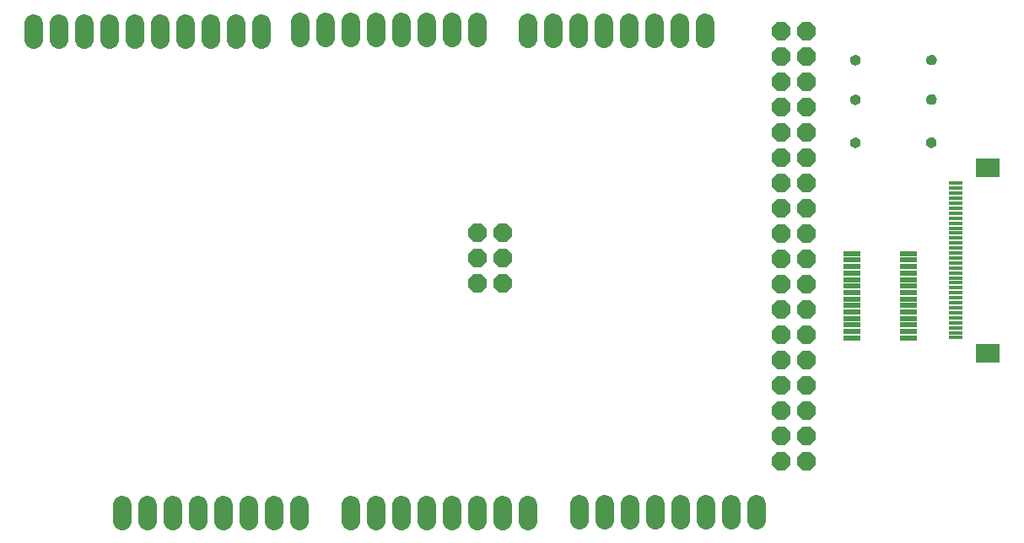
<source format=gts>
G75*
%MOIN*%
%OFA0B0*%
%FSLAX25Y25*%
%IPPOS*%
%LPD*%
%AMOC8*
5,1,8,0,0,1.08239X$1,22.5*
%
%ADD10C,0.07200*%
%ADD11OC8,0.07200*%
%ADD12R,0.05512X0.01575*%
%ADD13R,0.09252X0.07480*%
%ADD14R,0.06600X0.02200*%
%ADD15C,0.00500*%
D10*
X0050689Y0007786D02*
X0050689Y0014186D01*
X0060689Y0014186D02*
X0060689Y0007786D01*
X0070689Y0007786D02*
X0070689Y0014186D01*
X0080689Y0014186D02*
X0080689Y0007786D01*
X0090689Y0007786D02*
X0090689Y0014186D01*
X0100689Y0014186D02*
X0100689Y0007786D01*
X0110689Y0007786D02*
X0110689Y0014186D01*
X0120689Y0014186D02*
X0120689Y0007786D01*
X0141013Y0007786D02*
X0141013Y0014186D01*
X0151013Y0014186D02*
X0151013Y0007786D01*
X0161013Y0007786D02*
X0161013Y0014186D01*
X0171013Y0014186D02*
X0171013Y0007786D01*
X0181013Y0007786D02*
X0181013Y0014186D01*
X0191013Y0014186D02*
X0191013Y0007786D01*
X0201013Y0007786D02*
X0201013Y0014186D01*
X0211013Y0014186D02*
X0211013Y0007786D01*
X0231337Y0008119D02*
X0231337Y0014519D01*
X0241337Y0014519D02*
X0241337Y0008119D01*
X0251337Y0008119D02*
X0251337Y0014519D01*
X0261337Y0014519D02*
X0261337Y0008119D01*
X0271337Y0008119D02*
X0271337Y0014519D01*
X0281337Y0014519D02*
X0281337Y0008119D01*
X0291337Y0008119D02*
X0291337Y0014519D01*
X0301337Y0014519D02*
X0301337Y0008119D01*
X0281006Y0198434D02*
X0281006Y0204834D01*
X0271006Y0204834D02*
X0271006Y0198434D01*
X0261006Y0198434D02*
X0261006Y0204834D01*
X0251006Y0204834D02*
X0251006Y0198434D01*
X0241006Y0198434D02*
X0241006Y0204834D01*
X0231006Y0204834D02*
X0231006Y0198434D01*
X0221006Y0198434D02*
X0221006Y0204834D01*
X0211006Y0204834D02*
X0211006Y0198434D01*
X0191015Y0198767D02*
X0191015Y0205167D01*
X0181015Y0205167D02*
X0181015Y0198767D01*
X0171015Y0198767D02*
X0171015Y0205167D01*
X0161015Y0205167D02*
X0161015Y0198767D01*
X0151015Y0198767D02*
X0151015Y0205167D01*
X0141015Y0205167D02*
X0141015Y0198767D01*
X0131015Y0198767D02*
X0131015Y0205167D01*
X0121015Y0205167D02*
X0121015Y0198767D01*
X0105691Y0198100D02*
X0105691Y0204500D01*
X0095691Y0204500D02*
X0095691Y0198100D01*
X0085691Y0198100D02*
X0085691Y0204500D01*
X0075691Y0204500D02*
X0075691Y0198100D01*
X0065691Y0198100D02*
X0065691Y0204500D01*
X0055691Y0204500D02*
X0055691Y0198100D01*
X0045691Y0198100D02*
X0045691Y0204500D01*
X0035691Y0204500D02*
X0035691Y0198100D01*
X0025691Y0198100D02*
X0025691Y0204500D01*
X0015691Y0204500D02*
X0015691Y0198100D01*
D11*
X0191011Y0121643D03*
X0201011Y0121643D03*
X0201011Y0111643D03*
X0191011Y0111643D03*
X0191011Y0101643D03*
X0201011Y0101643D03*
X0311200Y0101439D03*
X0321200Y0101439D03*
X0321200Y0091439D03*
X0311200Y0091439D03*
X0311200Y0081439D03*
X0321200Y0081439D03*
X0321200Y0071439D03*
X0311200Y0071439D03*
X0311200Y0061439D03*
X0321200Y0061439D03*
X0321200Y0051439D03*
X0311200Y0051439D03*
X0311200Y0041439D03*
X0321200Y0041439D03*
X0321200Y0031439D03*
X0311200Y0031439D03*
X0311200Y0111439D03*
X0321200Y0111439D03*
X0321200Y0121439D03*
X0311200Y0121439D03*
X0311200Y0131439D03*
X0321200Y0131439D03*
X0321200Y0141439D03*
X0311200Y0141439D03*
X0311200Y0151439D03*
X0321200Y0151439D03*
X0321200Y0161439D03*
X0311200Y0161439D03*
X0311200Y0171439D03*
X0321200Y0171439D03*
X0321200Y0181439D03*
X0311200Y0181439D03*
X0311200Y0191439D03*
X0321200Y0191439D03*
X0321200Y0201439D03*
X0311200Y0201439D03*
D12*
X0380012Y0141280D03*
X0380012Y0139311D03*
X0380012Y0137343D03*
X0380012Y0135374D03*
X0380012Y0133406D03*
X0380012Y0131437D03*
X0380012Y0129469D03*
X0380012Y0127500D03*
X0380012Y0125531D03*
X0380012Y0123563D03*
X0380012Y0121594D03*
X0380012Y0119626D03*
X0380012Y0117657D03*
X0380012Y0115689D03*
X0380012Y0113720D03*
X0380012Y0111752D03*
X0380012Y0109783D03*
X0380012Y0107815D03*
X0380012Y0105846D03*
X0380012Y0103878D03*
X0380012Y0101909D03*
X0380012Y0099941D03*
X0380012Y0097972D03*
X0380012Y0096004D03*
X0380012Y0094035D03*
X0380012Y0092067D03*
X0380012Y0090098D03*
X0380012Y0088130D03*
X0380012Y0086161D03*
X0380012Y0084193D03*
X0380012Y0082224D03*
X0380012Y0080256D03*
D13*
X0392807Y0074154D03*
X0392807Y0147382D03*
D14*
X0361340Y0113415D03*
X0361340Y0110915D03*
X0361340Y0108315D03*
X0361340Y0105815D03*
X0361340Y0103215D03*
X0361340Y0100615D03*
X0361340Y0098115D03*
X0361340Y0095515D03*
X0361340Y0093015D03*
X0361340Y0090415D03*
X0361340Y0087815D03*
X0361340Y0085315D03*
X0361340Y0082715D03*
X0361340Y0080215D03*
X0339140Y0080215D03*
X0339140Y0082715D03*
X0339140Y0085315D03*
X0339140Y0087815D03*
X0339140Y0090415D03*
X0339140Y0093015D03*
X0339140Y0095515D03*
X0339140Y0098115D03*
X0339140Y0100615D03*
X0339140Y0103215D03*
X0339140Y0105815D03*
X0339140Y0108315D03*
X0339140Y0110915D03*
X0339140Y0113415D03*
D15*
X0340462Y0155537D02*
X0340069Y0155588D01*
X0339697Y0155725D01*
X0339365Y0155942D01*
X0339090Y0156227D01*
X0338885Y0156566D01*
X0338760Y0156942D01*
X0338722Y0157337D01*
X0338769Y0157720D01*
X0338900Y0158084D01*
X0339108Y0158409D01*
X0339383Y0158680D01*
X0339712Y0158882D01*
X0340078Y0159007D01*
X0340462Y0159047D01*
X0340844Y0159013D01*
X0341208Y0158895D01*
X0341537Y0158699D01*
X0341814Y0158434D01*
X0342026Y0158115D01*
X0342160Y0157756D01*
X0342212Y0157377D01*
X0342177Y0156976D01*
X0342054Y0156594D01*
X0341849Y0156248D01*
X0341572Y0155957D01*
X0341237Y0155734D01*
X0340860Y0155592D01*
X0340462Y0155537D01*
X0340484Y0155540D02*
X0340439Y0155540D01*
X0339272Y0156039D02*
X0341649Y0156039D01*
X0342020Y0156537D02*
X0338902Y0156537D01*
X0338751Y0157036D02*
X0342182Y0157036D01*
X0342191Y0157534D02*
X0338746Y0157534D01*
X0338881Y0158033D02*
X0342057Y0158033D01*
X0341713Y0158531D02*
X0339232Y0158531D01*
X0340296Y0159030D02*
X0340656Y0159030D01*
X0340524Y0172561D02*
X0340908Y0172601D01*
X0341274Y0172725D01*
X0341602Y0172928D01*
X0341878Y0173199D01*
X0342086Y0173524D01*
X0342217Y0173888D01*
X0342263Y0174271D01*
X0342226Y0174666D01*
X0342101Y0175042D01*
X0341896Y0175381D01*
X0341620Y0175666D01*
X0341288Y0175883D01*
X0340917Y0176020D01*
X0340524Y0176071D01*
X0340125Y0176016D01*
X0339749Y0175874D01*
X0339414Y0175651D01*
X0339137Y0175360D01*
X0338932Y0175014D01*
X0338809Y0174632D01*
X0338774Y0174231D01*
X0338825Y0173852D01*
X0338960Y0173493D01*
X0339172Y0173174D01*
X0339449Y0172909D01*
X0339778Y0172713D01*
X0340142Y0172595D01*
X0340524Y0172561D01*
X0341663Y0172988D02*
X0339366Y0172988D01*
X0338965Y0173486D02*
X0342062Y0173486D01*
X0342229Y0173985D02*
X0338807Y0173985D01*
X0338796Y0174483D02*
X0342243Y0174483D01*
X0342121Y0174982D02*
X0338921Y0174982D01*
X0339252Y0175480D02*
X0341800Y0175480D01*
X0341027Y0175979D02*
X0340028Y0175979D01*
X0340539Y0188215D02*
X0340924Y0188254D01*
X0341289Y0188379D01*
X0341618Y0188582D01*
X0341894Y0188852D01*
X0342102Y0189178D01*
X0342233Y0189541D01*
X0342279Y0189925D01*
X0342241Y0190319D01*
X0342117Y0190696D01*
X0341912Y0191035D01*
X0341636Y0191320D01*
X0341304Y0191536D01*
X0340932Y0191673D01*
X0340539Y0191724D01*
X0340141Y0191669D01*
X0339765Y0191527D01*
X0339430Y0191305D01*
X0339153Y0191014D01*
X0338948Y0190668D01*
X0338824Y0190285D01*
X0338789Y0189885D01*
X0338841Y0189505D01*
X0338976Y0189147D01*
X0339187Y0188827D01*
X0339464Y0188563D01*
X0339793Y0188367D01*
X0340158Y0188249D01*
X0340539Y0188215D01*
X0341391Y0188442D02*
X0339667Y0188442D01*
X0339112Y0188940D02*
X0341950Y0188940D01*
X0342196Y0189439D02*
X0338866Y0189439D01*
X0338794Y0189937D02*
X0342278Y0189937D01*
X0342203Y0190436D02*
X0338873Y0190436D01*
X0339106Y0190934D02*
X0341972Y0190934D01*
X0341463Y0191433D02*
X0339623Y0191433D01*
X0368819Y0189915D02*
X0368854Y0190315D01*
X0368978Y0190698D01*
X0369183Y0191043D01*
X0369460Y0191335D01*
X0369795Y0191557D01*
X0370171Y0191699D01*
X0370569Y0191754D01*
X0370962Y0191703D01*
X0371334Y0191566D01*
X0371666Y0191350D01*
X0371942Y0191065D01*
X0372147Y0190726D01*
X0372271Y0190349D01*
X0372309Y0189955D01*
X0372263Y0189571D01*
X0372132Y0189208D01*
X0371924Y0188882D01*
X0371648Y0188612D01*
X0371319Y0188409D01*
X0370954Y0188284D01*
X0370569Y0188244D01*
X0370188Y0188278D01*
X0369823Y0188396D01*
X0369494Y0188593D01*
X0369217Y0188857D01*
X0369006Y0189177D01*
X0368871Y0189535D01*
X0368819Y0189915D01*
X0368821Y0189937D02*
X0372307Y0189937D01*
X0372243Y0190436D02*
X0368893Y0190436D01*
X0369118Y0190934D02*
X0372020Y0190934D01*
X0371539Y0191433D02*
X0369608Y0191433D01*
X0368907Y0189439D02*
X0372215Y0189439D01*
X0371961Y0188940D02*
X0369162Y0188940D01*
X0369747Y0188442D02*
X0371373Y0188442D01*
X0370554Y0176101D02*
X0370155Y0176046D01*
X0369779Y0175904D01*
X0369444Y0175681D01*
X0369167Y0175390D01*
X0368962Y0175044D01*
X0368839Y0174662D01*
X0368804Y0174261D01*
X0368855Y0173881D01*
X0368990Y0173523D01*
X0369201Y0173203D01*
X0369479Y0172939D01*
X0369808Y0172743D01*
X0370172Y0172625D01*
X0370554Y0172591D01*
X0370938Y0172631D01*
X0371303Y0172755D01*
X0371632Y0172958D01*
X0371908Y0173229D01*
X0372116Y0173554D01*
X0372247Y0173918D01*
X0372293Y0174301D01*
X0372256Y0174696D01*
X0372131Y0175072D01*
X0371926Y0175411D01*
X0371650Y0175696D01*
X0371318Y0175913D01*
X0370947Y0176050D01*
X0370554Y0176101D01*
X0369979Y0175979D02*
X0371138Y0175979D01*
X0371859Y0175480D02*
X0369253Y0175480D01*
X0368942Y0174982D02*
X0372161Y0174982D01*
X0372276Y0174483D02*
X0368823Y0174483D01*
X0368841Y0173985D02*
X0372255Y0173985D01*
X0372073Y0173486D02*
X0369014Y0173486D01*
X0369427Y0172988D02*
X0371663Y0172988D01*
X0370492Y0159077D02*
X0370108Y0159037D01*
X0369742Y0158912D01*
X0369413Y0158710D01*
X0369138Y0158439D01*
X0368930Y0158114D01*
X0368799Y0157750D01*
X0368752Y0157367D01*
X0368790Y0156972D01*
X0368915Y0156596D01*
X0369120Y0156257D01*
X0369395Y0155972D01*
X0369727Y0155755D01*
X0370099Y0155618D01*
X0370492Y0155567D01*
X0370890Y0155622D01*
X0371266Y0155764D01*
X0371601Y0155987D01*
X0371879Y0156278D01*
X0372084Y0156623D01*
X0372207Y0157006D01*
X0372242Y0157407D01*
X0372190Y0157786D01*
X0372055Y0158145D01*
X0371844Y0158464D01*
X0371567Y0158729D01*
X0371238Y0158925D01*
X0370874Y0159043D01*
X0370492Y0159077D01*
X0370087Y0159030D02*
X0370915Y0159030D01*
X0371774Y0158531D02*
X0369232Y0158531D01*
X0368900Y0158033D02*
X0372098Y0158033D01*
X0372225Y0157534D02*
X0368773Y0157534D01*
X0368784Y0157036D02*
X0372210Y0157036D01*
X0372032Y0156537D02*
X0368950Y0156537D01*
X0369331Y0156039D02*
X0371651Y0156039D01*
M02*

</source>
